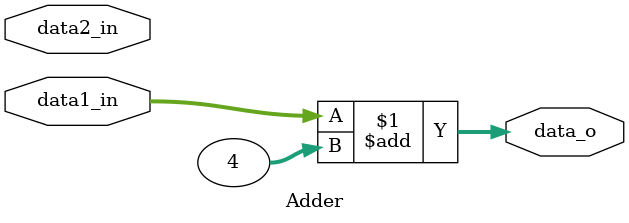
<source format=v>
module Adder 
(
    data1_in,
    data2_in,
    data_o
);

input  [31:0] data1_in;
input data2_in;
output [31:0] data_o;


assign data_o = data1_in + 32'd4;


    
endmodule
</source>
